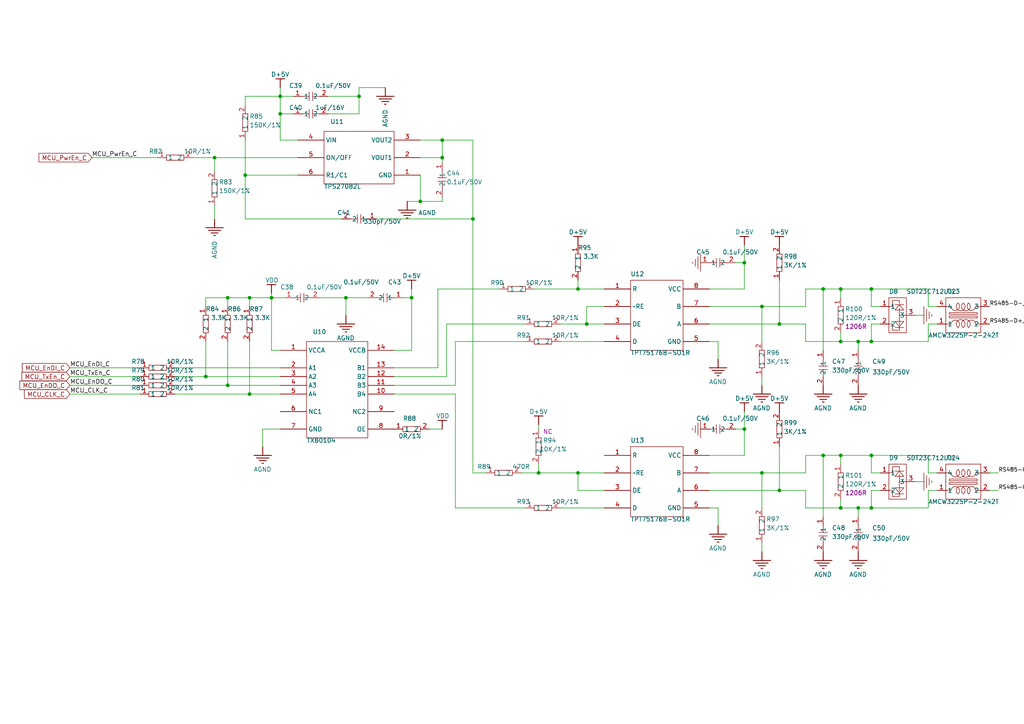
<source format=kicad_sch>
(kicad_sch (version 20231120) (generator "eeschema") (generator_version "8.0")
  (paper "A4")
  (junction (at 226.06 93.98))
  (junction (at 100.33 86.36))
  (junction (at 252.73 132.08))
  (junction (at 167.64 137.16))
  (junction (at 226.06 142.24))
  (junction (at 66.04 86.36))
  (junction (at 59.69 109.22))
  (junction (at 243.84 132.08))
  (junction (at 137.16 63.5))
  (junction (at 248.92 99.06))
  (junction (at 128.27 40.64))
  (junction (at 238.76 132.08))
  (junction (at 72.39 86.36))
  (junction (at 81.28 33.02))
  (junction (at 252.73 147.32))
  (junction (at 243.84 99.06))
  (junction (at 78.74 86.36))
  (junction (at 170.18 93.98))
  (junction (at 252.73 83.82))
  (junction (at 248.92 147.32))
  (junction (at 220.98 88.9))
  (junction (at 72.39 114.3))
  (junction (at 243.84 83.82))
  (junction (at 238.76 83.82))
  (junction (at 66.04 111.76))
  (junction (at 71.12 50.8))
  (junction (at 128.27 45.72))
  (junction (at 81.28 27.94))
  (junction (at 215.9 124.46))
  (junction (at 167.64 83.82))
  (junction (at 220.98 137.16))
  (junction (at 156.21 137.16))
  (junction (at 104.14 27.94))
  (junction (at 215.9 76.2))
  (junction (at 121.92 58.42))
  (junction (at 252.73 99.06))
  (junction (at 243.84 147.32))
  (junction (at 62.23 45.72))
  (junction (at 119.38 86.36))
  (wire (pts (xy 175.26 142.24) (xy 167.64 142.24)))
  (wire (pts (xy 26.67 45.72) (xy 45.72 45.72)))
  (wire (pts (xy 215.9 132.08) (xy 205.74 132.08)))
  (wire (pts (xy 71.12 50.8) (xy 71.12 40.64)))
  (wire (pts (xy 66.04 111.76) (xy 66.04 99.06)))
  (wire (pts (xy 100.33 91.44) (xy 100.33 86.36)))
  (wire (pts (xy 152.4 93.98) (xy 129.54 93.98)))
  (wire (pts (xy 220.98 137.16) (xy 233.68 137.16)))
  (wire (pts (xy 81.28 101.6) (xy 78.74 101.6)))
  (wire (pts (xy 220.98 88.9) (xy 205.74 88.9)))
  (wire (pts (xy 78.74 101.6) (xy 78.74 86.36)))
  (wire (pts (xy 128.27 124.46) (xy 124.46 124.46)))
  (wire (pts (xy 243.84 132.08) (xy 238.76 132.08)))
  (wire (pts (xy 82.55 86.36) (xy 78.74 86.36)))
  (wire (pts (xy 248.92 149.86) (xy 248.92 147.32)))
  (wire (pts (xy 156.21 123.19) (xy 156.21 124.46)))
  (wire (pts (xy 86.36 50.8) (xy 71.12 50.8)))
  (wire (pts (xy 162.56 99.06) (xy 175.26 99.06)))
  (wire (pts (xy 252.73 93.98) (xy 252.73 99.06)))
  (wire (pts (xy 238.76 83.82) (xy 238.76 101.6)))
  (wire (pts (xy 255.27 137.16) (xy 252.73 137.16)))
  (wire (pts (xy 233.68 88.9) (xy 233.68 83.82)))
  (wire (pts (xy 175.26 93.98) (xy 170.18 93.98)))
  (wire (pts (xy 208.28 104.14) (xy 208.28 99.06)))
  (wire (pts (xy 252.73 137.16) (xy 252.73 132.08)))
  (wire (pts (xy 213.36 124.46) (xy 215.9 124.46)))
  (wire (pts (xy 215.9 124.46) (xy 215.9 132.08)))
  (wire (pts (xy 128.27 40.64) (xy 128.27 45.72)))
  (wire (pts (xy 271.78 88.9) (xy 269.24 88.9)))
  (wire (pts (xy 248.92 101.6) (xy 248.92 99.06)))
  (wire (pts (xy 129.54 93.98) (xy 129.54 109.22)))
  (wire (pts (xy 121.92 58.42) (xy 128.27 58.42)))
  (wire (pts (xy 78.74 86.36) (xy 72.39 86.36)))
  (wire (pts (xy 114.3 101.6) (xy 119.38 101.6)))
  (wire (pts (xy 220.98 99.06) (xy 220.98 88.9)))
  (wire (pts (xy 243.84 96.52) (xy 243.84 99.06)))
  (wire (pts (xy 78.74 86.36) (xy 78.74 85.09)))
  (wire (pts (xy 62.23 45.72) (xy 55.88 45.72)))
  (wire (pts (xy 167.64 83.82) (xy 167.64 81.28)))
  (wire (pts (xy 104.14 25.4) (xy 104.14 27.94)))
  (wire (pts (xy 132.08 114.3) (xy 114.3 114.3)))
  (wire (pts (xy 205.74 93.98) (xy 226.06 93.98)))
  (wire (pts (xy 233.68 93.98) (xy 226.06 93.98)))
  (wire (pts (xy 71.12 27.94) (xy 71.12 30.48)))
  (wire (pts (xy 132.08 147.32) (xy 132.08 114.3)))
  (wire (pts (xy 255.27 93.98) (xy 252.73 93.98)))
  (wire (pts (xy 252.73 88.9) (xy 252.73 83.82)))
  (wire (pts (xy 215.9 83.82) (xy 205.74 83.82)))
  (wire (pts (xy 220.98 137.16) (xy 220.98 147.32)))
  (wire (pts (xy 269.24 99.06) (xy 269.24 93.98)))
  (wire (pts (xy 243.84 147.32) (xy 233.68 147.32)))
  (wire (pts (xy 132.08 111.76) (xy 114.3 111.76)))
  (wire (pts (xy 76.2 124.46) (xy 76.2 129.54)))
  (wire (pts (xy 167.64 137.16) (xy 175.26 137.16)))
  (wire (pts (xy 140.97 137.16) (xy 137.16 137.16)))
  (wire (pts (xy 72.39 88.9) (xy 72.39 86.36)))
  (wire (pts (xy 104.14 25.4) (xy 111.76 25.4)))
  (wire (pts (xy 287.02 142.24) (xy 289.56 142.24)))
  (wire (pts (xy 233.68 83.82) (xy 238.76 83.82)))
  (wire (pts (xy 267.97 139.7) (xy 265.43 139.7)))
  (wire (pts (xy 152.4 99.06) (xy 132.08 99.06)))
  (wire (pts (xy 81.28 109.22) (xy 59.69 109.22)))
  (wire (pts (xy 66.04 88.9) (xy 66.04 86.36)))
  (wire (pts (xy 59.69 109.22) (xy 50.8 109.22)))
  (wire (pts (xy 119.38 86.36) (xy 116.84 86.36)))
  (wire (pts (xy 132.08 99.06) (xy 132.08 111.76)))
  (wire (pts (xy 238.76 132.08) (xy 238.76 149.86)))
  (wire (pts (xy 269.24 83.82) (xy 252.73 83.82)))
  (wire (pts (xy 129.54 109.22) (xy 114.3 109.22)))
  (wire (pts (xy 243.84 99.06) (xy 248.92 99.06)))
  (wire (pts (xy 167.64 142.24) (xy 167.64 137.16)))
  (wire (pts (xy 162.56 147.32) (xy 175.26 147.32)))
  (wire (pts (xy 104.14 27.94) (xy 95.25 27.94)))
  (wire (pts (xy 233.68 132.08) (xy 238.76 132.08)))
  (wire (pts (xy 269.24 137.16) (xy 269.24 132.08)))
  (wire (pts (xy 86.36 40.64) (xy 81.28 40.64)))
  (wire (pts (xy 220.98 88.9) (xy 233.68 88.9)))
  (wire (pts (xy 243.84 83.82) (xy 238.76 83.82)))
  (wire (pts (xy 85.09 27.94) (xy 81.28 27.94)))
  (wire (pts (xy 66.04 86.36) (xy 59.69 86.36)))
  (wire (pts (xy 154.94 83.82) (xy 167.64 83.82)))
  (wire (pts (xy 100.33 86.36) (xy 92.71 86.36)))
  (wire (pts (xy 121.92 50.8) (xy 121.92 58.42)))
  (wire (pts (xy 66.04 111.76) (xy 50.8 111.76)))
  (wire (pts (xy 20.32 114.3) (xy 40.64 114.3)))
  (wire (pts (xy 81.28 111.76) (xy 66.04 111.76)))
  (wire (pts (xy 252.73 147.32) (xy 269.24 147.32)))
  (wire (pts (xy 72.39 114.3) (xy 72.39 99.06)))
  (wire (pts (xy 255.27 142.24) (xy 252.73 142.24)))
  (wire (pts (xy 287.02 137.16) (xy 289.56 137.16)))
  (wire (pts (xy 226.06 142.24) (xy 226.06 129.54)))
  (wire (pts (xy 213.36 76.2) (xy 215.9 76.2)))
  (wire (pts (xy 248.92 99.06) (xy 252.73 99.06)))
  (wire (pts (xy 128.27 45.72) (xy 121.92 45.72)))
  (wire (pts (xy 220.98 160.02) (xy 220.98 157.48)))
  (wire (pts (xy 233.68 99.06) (xy 233.68 93.98)))
  (wire (pts (xy 20.32 109.22) (xy 40.64 109.22)))
  (wire (pts (xy 233.68 137.16) (xy 233.68 132.08)))
  (wire (pts (xy 118.11 58.42) (xy 121.92 58.42)))
  (wire (pts (xy 81.28 27.94) (xy 81.28 25.4)))
  (wire (pts (xy 104.14 33.02) (xy 104.14 27.94)))
  (wire (pts (xy 85.09 33.02) (xy 81.28 33.02)))
  (wire (pts (xy 137.16 63.5) (xy 109.22 63.5)))
  (wire (pts (xy 252.73 83.82) (xy 243.84 83.82)))
  (wire (pts (xy 81.28 40.64) (xy 81.28 33.02)))
  (wire (pts (xy 81.28 124.46) (xy 76.2 124.46)))
  (wire (pts (xy 205.74 142.24) (xy 226.06 142.24)))
  (wire (pts (xy 269.24 88.9) (xy 269.24 83.82)))
  (wire (pts (xy 152.4 147.32) (xy 132.08 147.32)))
  (wire (pts (xy 215.9 124.46) (xy 215.9 119.38)))
  (wire (pts (xy 137.16 40.64) (xy 137.16 63.5)))
  (wire (pts (xy 156.21 134.62) (xy 156.21 137.16)))
  (wire (pts (xy 95.25 33.02) (xy 104.14 33.02)))
  (wire (pts (xy 156.21 137.16) (xy 151.13 137.16)))
  (wire (pts (xy 175.26 83.82) (xy 167.64 83.82)))
  (wire (pts (xy 220.98 111.76) (xy 220.98 109.22)))
  (wire (pts (xy 62.23 49.53) (xy 62.23 45.72)))
  (wire (pts (xy 72.39 114.3) (xy 50.8 114.3)))
  (wire (pts (xy 81.28 114.3) (xy 72.39 114.3)))
  (wire (pts (xy 71.12 63.5) (xy 71.12 50.8)))
  (wire (pts (xy 243.84 147.32) (xy 248.92 147.32)))
  (wire (pts (xy 208.28 152.4) (xy 208.28 147.32)))
  (wire (pts (xy 252.73 142.24) (xy 252.73 147.32)))
  (wire (pts (xy 119.38 101.6) (xy 119.38 86.36)))
  (wire (pts (xy 233.68 147.32) (xy 233.68 142.24)))
  (wire (pts (xy 243.84 144.78) (xy 243.84 147.32)))
  (wire (pts (xy 162.56 93.98) (xy 170.18 93.98)))
  (wire (pts (xy 233.68 142.24) (xy 226.06 142.24)))
  (wire (pts (xy 269.24 132.08) (xy 252.73 132.08)))
  (wire (pts (xy 59.69 109.22) (xy 59.69 99.06)))
  (wire (pts (xy 248.92 147.32) (xy 252.73 147.32)))
  (wire (pts (xy 50.8 106.68) (xy 81.28 106.68)))
  (wire (pts (xy 271.78 137.16) (xy 269.24 137.16)))
  (wire (pts (xy 269.24 93.98) (xy 271.78 93.98)))
  (wire (pts (xy 226.06 93.98) (xy 226.06 81.28)))
  (wire (pts (xy 72.39 86.36) (xy 66.04 86.36)))
  (wire (pts (xy 128.27 58.42) (xy 128.27 57.15)))
  (wire (pts (xy 106.68 86.36) (xy 100.33 86.36)))
  (wire (pts (xy 62.23 45.72) (xy 86.36 45.72)))
  (wire (pts (xy 156.21 137.16) (xy 167.64 137.16)))
  (wire (pts (xy 267.97 91.44) (xy 265.43 91.44)))
  (wire (pts (xy 252.73 99.06) (xy 269.24 99.06)))
  (wire (pts (xy 20.32 111.76) (xy 40.64 111.76)))
  (wire (pts (xy 144.78 83.82) (xy 127 83.82)))
  (wire (pts (xy 252.73 132.08) (xy 243.84 132.08)))
  (wire (pts (xy 215.9 76.2) (xy 215.9 71.12)))
  (wire (pts (xy 170.18 88.9) (xy 175.26 88.9)))
  (wire (pts (xy 243.84 132.08) (xy 243.84 134.62)))
  (wire (pts (xy 81.28 27.94) (xy 71.12 27.94)))
  (wire (pts (xy 255.27 88.9) (xy 252.73 88.9)))
  (wire (pts (xy 208.28 147.32) (xy 205.74 147.32)))
  (wire (pts (xy 99.06 63.5) (xy 71.12 63.5)))
  (wire (pts (xy 121.92 40.64) (xy 128.27 40.64)))
  (wire (pts (xy 243.84 99.06) (xy 233.68 99.06)))
  (wire (pts (xy 20.32 106.68) (xy 40.64 106.68)))
  (wire (pts (xy 128.27 45.72) (xy 128.27 46.99)))
  (wire (pts (xy 127 106.68) (xy 114.3 106.68)))
  (wire (pts (xy 170.18 93.98) (xy 170.18 88.9)))
  (wire (pts (xy 208.28 99.06) (xy 205.74 99.06)))
  (wire (pts (xy 243.84 83.82) (xy 243.84 86.36)))
  (wire (pts (xy 128.27 40.64) (xy 137.16 40.64)))
  (wire (pts (xy 127 83.82) (xy 127 106.68)))
  (wire (pts (xy 269.24 147.32) (xy 269.24 142.24)))
  (wire (pts (xy 269.24 142.24) (xy 271.78 142.24)))
  (wire (pts (xy 81.28 33.02) (xy 81.28 27.94)))
  (wire (pts (xy 137.16 137.16) (xy 137.16 63.5)))
  (wire (pts (xy 62.23 63.5) (xy 62.23 59.69)))
  (wire (pts (xy 59.69 86.36) (xy 59.69 88.9)))
  (wire (pts (xy 215.9 76.2) (xy 215.9 83.82)))
  (wire (pts (xy 205.74 137.16) (xy 220.98 137.16)))
  (wire (pts (xy 119.38 83.82) (xy 119.38 86.36)))
  (label "RS485-C-_1" (at 289.56 137.16 0) (effects (font (size 1.143 1.143))))
  (label "MCU_CLK_C" (at 20.32 114.3 0))
  (label "MCU_PwrEn_C" (at 26.67 45.72 0))
  (label "RS485-D-_1" (at 287.02 88.9 0) (effects (font (size 1.143 1.143))))
  (label "MCU_EnDO_C" (at 20.32 111.76 0))
  (label "RS485-C+_1" (at 289.56 142.24 0) (effects (font (size 1.143 1.143))))
  (label "MCU_TxEn_C" (at 20.32 109.22 0))
  (label "RS485-D+_1" (at 287.02 93.98 0) (effects (font (size 1.143 1.143))))
  (label "MCU_EnDI_C" (at 20.32 106.68 0))
  (global_label "MCU_PwrEn_C" (shape input) (at 26.67 45.72 180) (property "Intersheetrefs" "${INTERSHEET_REFS}" (effects (hide yes))))
  (global_label "MCU_TxEn_C" (shape input) (at 20.32 109.22 180) (property "Intersheetrefs" "${INTERSHEET_REFS}" (effects (hide yes))))
  (global_label "MCU_EnDO_C" (shape input) (at 20.32 111.76 180) (property "Intersheetrefs" "${INTERSHEET_REFS}" (effects (hide yes))))
  (global_label "MCU_CLK_C" (shape input) (at 20.32 114.3 180) (property "Intersheetrefs" "${INTERSHEET_REFS}" (effects (hide yes))))
  (global_label "MCU_EnDI_C" (shape input) (at 20.32 106.68 180) (property "Intersheetrefs" "${INTERSHEET_REFS}" (effects (hide yes))))
  (symbol (lib_id "ProPrj_bte-easyedapro:RES") (at 62.23 91.44 270) (unit 1)
    (property "Reference" "R84" (at 59.69 88.9 90) (effects (justify left top)))
    (property "Value" "3.3K" (at 61.214 91.44 90) (effects (justify left top)))
    (property "Footprint" "ProPrj_bte-easyedapro:" (effects (hide yes)))
    (property "Automotive" "AEC-Q200" (effects (hide yes)))
    (property "Datasheet Link" "\\\\10.192.7.10\\Dianqu-CIS\\DATASHEET-New\\电阻\\YAGEO_AC_规格书.pdf" (effects (hide yes)))
    (property "EBOM Description" "电阻-3.3K-±5%-1/10W-(-55~155℃)-车规-0603" (effects (hide yes)))
    (property "Height" "0.55" (effects (hide yes)))
    (property "ID" "397" (effects (hide yes)))
    (property "Implementation Type" "<none>" (effects (hide yes)))
    (property "New Part Number" "3.2.03.01.00406" (effects (hide yes)))
    (property "Origin Footprint" "0603R" (effects (hide yes)))
    (property "PCB Footprint" "0603R" (effects (hide yes)))
    (property "Part State" "已认定" (effects (hide yes)))
    (property "Part Type" "普通电阻" (effects (hide yes)))
    (property "Power Pins Visible" "False" (effects (hide yes)))
    (property "Primitive" "DEFAULT" (effects (hide yes)))
    (property "Source Package" "RES" (effects (hide yes)))
    (property "priority" "H" (effects (hide yes)))
    (property "purpose" "通用" (effects (hide yes)))
    (property "制造商名称" "MC000003_国巨（YAGEO）" (effects (hide yes)))
  )
  (symbol (lib_id "ProPrj_bte-easyedapro:RES") (at 170.18 73.66 270) (unit 1)
    (property "Reference" "R95" (at 167.64 71.12 90) (effects (justify left top)))
    (property "Value" "3.3K" (at 169.164 73.66 90) (effects (justify left top)))
    (property "Footprint" "ProPrj_bte-easyedapro:" (effects (hide yes)))
    (property "Automotive" "AEC-Q200" (effects (hide yes)))
    (property "Datasheet Link" "\\\\10.192.7.10\\Dianqu-CIS\\DATASHEET-New\\电阻\\YAGEO_AC_规格书.pdf" (effects (hide yes)))
    (property "EBOM Description" "电阻-3.3K-±5%-1/10W-(-55~155℃)-车规-0603" (effects (hide yes)))
    (property "Height" "0.55" (effects (hide yes)))
    (property "ID" "397" (effects (hide yes)))
    (property "Implementation Type" "<none>" (effects (hide yes)))
    (property "New Part Number" "3.2.03.01.00406" (effects (hide yes)))
    (property "Origin Footprint" "0603R" (effects (hide yes)))
    (property "PCB Footprint" "0603R" (effects (hide yes)))
    (property "Part State" "已认定" (effects (hide yes)))
    (property "Part Type" "普通电阻" (effects (hide yes)))
    (property "Power Pins Visible" "False" (effects (hide yes)))
    (property "Primitive" "DEFAULT" (effects (hide yes)))
    (property "Source Package" "RES" (effects (hide yes)))
    (property "priority" "H" (effects (hide yes)))
    (property "purpose" "通用" (effects (hide yes)))
    (property "制造商名称" "MC000003_国巨（YAGEO）" (effects (hide yes)))
  )
  (symbol (lib_id "ProPrj_bte-easyedapro:RES") (at 154.94 96.52 0) (unit 1)
    (property "Reference" "R92" (at 149.86 96.52 0) (effects (justify left top)))
    (property "Value" "10R/1%" (at 160.02 96.52 0) (effects (justify left top)))
    (property "Footprint" "ProPrj_bte-easyedapro:" (effects (hide yes)))
    (property "Automotive" "非车规" (effects (hide yes)))
    (property "Datasheet Link" "\\\\10.192.7.10\\Dianqu-CIS\\DATASHEET-New\\电阻\\YAGEO_RC_规格书.pdf" (effects (hide yes)))
    (property "EBOM Description" "电阻-10R-±1%-1/10W-(-55~155℃)-0603" (effects (hide yes)))
    (property "Height" "0.55" (effects (hide yes)))
    (property "ID" "269" (effects (hide yes)))
    (property "Implementation Type" "<none>" (effects (hide yes)))
    (property "New Part Number" "3.2.03.01.00274" (effects (hide yes)))
    (property "Origin Footprint" "0603R" (effects (hide yes)))
    (property "PCB Footprint" "0603R" (effects (hide yes)))
    (property "Part State" "已认定" (effects (hide yes)))
    (property "Part Type" "普通电阻" (effects (hide yes)))
    (property "Power Pins Visible" "False" (effects (hide yes)))
    (property "Primitive" "DEFAULT" (effects (hide yes)))
    (property "Source Package" "RES" (effects (hide yes)))
    (property "priority" "H" (effects (hide yes)))
    (property "purpose" "通用" (effects (hide yes)))
    (property "制造商名称" "MC000003_国巨（YAGEO）" (effects (hide yes)))
  )
  (symbol (lib_id "ProPrj_bte-easyedapro:RES") (at 68.58 91.44 270) (unit 1)
    (property "Reference" "R86" (at 66.04 88.9 90) (effects (justify left top)))
    (property "Value" "3.3K" (at 67.564 91.44 90) (effects (justify left top)))
    (property "Footprint" "ProPrj_bte-easyedapro:" (effects (hide yes)))
    (property "Automotive" "AEC-Q200" (effects (hide yes)))
    (property "Datasheet Link" "\\\\10.192.7.10\\Dianqu-CIS\\DATASHEET-New\\电阻\\YAGEO_AC_规格书.pdf" (effects (hide yes)))
    (property "EBOM Description" "电阻-3.3K-±5%-1/10W-(-55~155℃)-车规-0603" (effects (hide yes)))
    (property "Height" "0.55" (effects (hide yes)))
    (property "ID" "397" (effects (hide yes)))
    (property "Implementation Type" "<none>" (effects (hide yes)))
    (property "New Part Number" "3.2.03.01.00406" (effects (hide yes)))
    (property "Origin Footprint" "0603R" (effects (hide yes)))
    (property "PCB Footprint" "0603R" (effects (hide yes)))
    (property "Part State" "已认定" (effects (hide yes)))
    (property "Part Type" "普通电阻" (effects (hide yes)))
    (property "Power Pins Visible" "False" (effects (hide yes)))
    (property "Primitive" "DEFAULT" (effects (hide yes)))
    (property "Source Package" "RES" (effects (hide yes)))
    (property "priority" "H" (effects (hide yes)))
    (property "purpose" "通用" (effects (hide yes)))
    (property "制造商名称" "MC000003_国巨（YAGEO）" (effects (hide yes)))
  )
  (symbol (lib_id "ProPrj_bte-easyedapro:TPT75176B-SO1R") (at 182.88 129.54 0) (unit 1)
    (property "Reference" "U13" (at 182.88 127 0) (effects (justify left top)))
    (property "Value" "TPT75176B-SO1R" (at 182.88 149.86 0) (effects (justify left top)))
    (property "Footprint" "ProPrj_bte-easyedapro:" (effects (hide yes)))
    (property "Implementation Type" "<none>" (effects (hide yes)))
    (property "New Part Number" "3.2.18.09.00037" (effects (hide yes)))
    (property "Origin Footprint" "sop8-4_0-1_27" (effects (hide yes)))
    (property "PCB Footprint" "sop8-4_0-1_27" (effects (hide yes)))
    (property "Power Pins Visible" "False" (effects (hide yes)))
    (property "Primitive" "DEFAULT" (effects (hide yes)))
    (property "Source Package" "TPT75176B-SO1R" (effects (hide yes)))
  )
  (symbol (lib_id "ProPrj_bte-easyedapro:GND") (at 267.97 139.7 90) (mirror x) (unit 1)
    (property "Reference" "#PWR0235" (effects (hide yes)))
    (property "Value" "GND" (effects (hide yes)))
    (property "Footprint" "ProPrj_bte-easyedapro:" (effects (hide yes)))
  )
  (symbol (lib_id "sheet1-altium-import:AGND") (at 208.28 104.14 0) (unit 1)
    (property "Reference" "#PWR0200" (effects (hide yes)))
    (property "Value" "AGND" (at 210.82 110.744 0) (effects (justify right)))
  )
  (symbol (lib_id "ProPrj_bte-easyedapro:CAP") (at 92.71 30.48 270) (unit 1)
    (property "Reference" "C40" (at 83.82 30.48 90) (effects (justify left top)))
    (property "Value" "1uF/16V" (at 91.44 30.48 90) (effects (justify left top)))
    (property "Footprint" "ProPrj_bte-easyedapro:" (effects (hide yes)))
    (property "Automotive" "AEC-Q200" (effects (hide yes)))
    (property "Datasheet Link" "\\\\10.30.16.21\\D-UserFiles\\Cadence-share\\CIS_LP\\DATASHEET-New\\电容\\TDK_MLCC_规格书.pdf" (effects (hide yes)))
    (property "EBOM Description" "瓷片电容-1uF-±10%-16V-X7R-(-55~125℃)-车规-0603" (effects (hide yes)))
    (property "Height" "0.9" (effects (hide yes)))
    (property "Implementation Type" "<none>" (effects (hide yes)))
    (property "New Part Number" "3.2.04.05.00164" (effects (hide yes)))
    (property "Origin Footprint" "0603C" (effects (hide yes)))
    (property "PCB Footprint" "0603C" (effects (hide yes)))
    (property "Part State" "已认定" (effects (hide yes)))
    (property "Part Type" "瓷片电容" (effects (hide yes)))
    (property "Power Pins Visible" "False" (effects (hide yes)))
    (property "Primitive" "DEFAULT" (effects (hide yes)))
    (property "Source Package" "CAP" (effects (hide yes)))
    (property "priority" "L" (effects (hide yes)))
    (property "purpose" "通用" (effects (hide yes)))
    (property "制造商名称" "MC000032_东电化（TDK）" (effects (hide yes)))
  )
  (symbol (lib_id "ProPrj_bte-easyedapro:TXB0104_0") (at 88.9 99.06 0) (unit 1)
    (property "Reference" "U10" (at 90.678 95.504 0) (effects (justify left top)))
    (property "Value" "TXB0104" (at 88.9 127 0) (effects (justify left top)))
    (property "Footprint" "ProPrj_bte-easyedapro:" (effects (hide yes)))
    (property "Implementation Type" "<none>" (effects (hide yes)))
    (property "New Part Number" "3.2.18.04.00021" (effects (hide yes)))
    (property "Origin Footprint" "sop14-4_5-0_65" (effects (hide yes)))
    (property "PCB Footprint" "sop14-4_5-0_65" (effects (hide yes)))
    (property "Power Pins Visible" "False" (effects (hide yes)))
    (property "Primitive" "DEFAULT" (effects (hide yes)))
    (property "Source Package" "TXB0104_0" (effects (hide yes)))
  )
  (symbol (lib_id "sheet1-altium-import:AGND") (at 100.33 91.44 0) (unit 1)
    (property "Reference" "#PWR0191" (effects (hide yes)))
    (property "Value" "AGND" (at 102.87 98.044 0) (effects (justify right)))
  )
  (symbol (lib_id "ProPrj_bte-easyedapro:CAP") (at 241.3 109.22 180) (unit 1)
    (property "Reference" "C47" (at 241.3 104.14 0) (effects (justify right bottom)))
    (property "Value" "330pF/50V" (at 241.3 106.68 0) (effects (justify right bottom)))
    (property "Footprint" "ProPrj_bte-easyedapro:" (effects (hide yes)))
    (property "Automotive" "AEC-Q200" (effects (hide yes)))
    (property "Datasheet Link" "\\\\10.192.7.10\\Dianqu-CIS\\DATASHEET-New\\电容\\KEMET_MLCC_规格书.PDF" (effects (hide yes)))
    (property "EBOM Description" "瓷片电容-330pF-±10%-50V-X7R-(-55~125℃)-车规-0603" (effects (hide yes)))
    (property "Height" "0.87" (effects (hide yes)))
    (property "ID" "146" (effects (hide yes)))
    (property "Implementation Type" "<none>" (effects (hide yes)))
    (property "New Part Number" "3.2.04.05.00143" (effects (hide yes)))
    (property "Origin Footprint" "0603C" (effects (hide yes)))
    (property "PCB Footprint" "0603C" (effects (hide yes)))
    (property "Part State" "已认定" (effects (hide yes)))
    (property "Part Type" "瓷片电容" (effects (hide yes)))
    (property "Power Pins Visible" "False" (effects (hide yes)))
    (property "Primitive" "DEFAULT" (effects (hide yes)))
    (property "Source Package" "CAP" (effects (hide yes)))
    (property "priority" "L" (effects (hide yes)))
    (property "purpose" "通用" (effects (hide yes)))
    (property "制造商名称" "MC000042_基美（KEMET）" (effects (hide yes)))
  )
  (symbol (lib_id "sheet1-altium-import:D+5V") (at 156.21 123.19 180) (unit 1)
    (property "Reference" "#PWR0196" (effects (hide yes)))
    (property "Value" "D+5V" (at 156.21 119.38 0))
  )
  (symbol (lib_id "ProPrj_bte-easyedapro:GND") (at 203.2 124.46 270) (mirror x) (unit 1)
    (property "Reference" "#PWR0199" (effects (hide yes)))
    (property "Value" "GND" (effects (hide yes)))
    (property "Footprint" "ProPrj_bte-easyedapro:" (effects (hide yes)))
  )
  (symbol (lib_id "sheet1-altium-import:D+5V") (at 81.28 25.4 180) (unit 1)
    (property "Reference" "#PWR0190" (effects (hide yes)))
    (property "Value" "D+5V" (at 81.28 21.59 0))
  )
  (symbol (lib_id "ProPrj_bte-easyedapro:RES") (at 68.58 38.1 90) (unit 1)
    (property "Reference" "R85" (at 72.39 33.02 90) (effects (justify right bottom)))
    (property "Value" "150K/1%" (at 72.39 35.56 90) (effects (justify right bottom)))
    (property "Footprint" "ProPrj_bte-easyedapro:" (effects (hide yes)))
    (property "Automotive" "AEC-Q200" (effects (hide yes)))
    (property "Datasheet Link" "\\\\10.192.7.10\\Dianqu-CIS\\DATASHEET-New\\电阻\\YAGEO_AC_规格书.pdf" (effects (hide yes)))
    (property "EBOM Description" "电阻-150k-±1%-1/10W-(-55~155℃)-车规-0603" (effects (hide yes)))
    (property "Height" "0.55" (effects (hide yes)))
    (property "ID" "349" (effects (hide yes)))
    (property "Implementation Type" "<none>" (effects (hide yes)))
    (property "New Part Number" "3.2.03.01.00356" (effects (hide yes)))
    (property "Origin Footprint" "0603R" (effects (hide yes)))
    (property "PCB Footprint" "0603R" (effects (hide yes)))
    (property "Part State" "已认定" (effects (hide yes)))
    (property "Part Type" "普通电阻" (effects (hide yes)))
    (property "Power Pins Visible" "False" (effects (hide yes)))
    (property "Primitive" "DEFAULT" (effects (hide yes)))
    (property "Source Package" "RES" (effects (hide yes)))
    (property "priority" "H" (effects (hide yes)))
    (property "purpose" "通用" (effects (hide yes)))
    (property "制造商名称" "MC000003_国巨（YAGEO）" (effects (hide yes)))
  )
  (symbol (lib_id "sheet1-altium-import:AGND") (at 118.11 58.42 0) (unit 1)
    (property "Reference" "#PWR0193" (effects (hide yes)))
    (property "Value" "AGND" (at 126.492 61.722 0) (effects (justify right)))
  )
  (symbol (lib_id "sheet1-altium-import:D+5V") (at 215.9 119.38 180) (unit 1)
    (property "Reference" "#PWR0203" (effects (hide yes)))
    (property "Value" "D+5V" (at 215.9 115.57 0))
  )
  (symbol (lib_id "ProPrj_bte-easyedapro:CAP") (at 92.71 25.4 270) (unit 1)
    (property "Reference" "C39" (at 83.82 24.13 90) (effects (justify left top)))
    (property "Value" "0.1uF/50V" (at 91.44 24.13 90) (effects (justify left top)))
    (property "Footprint" "ProPrj_bte-easyedapro:" (effects (hide yes)))
    (property "Automotive" "AEC-Q200" (effects (hide yes)))
    (property "Datasheet Link" "\\\\10.192.7.10\\Dianqu-CIS\\DATASHEET-New\\电容\\KEMET_MLCC_规格书.PDF" (effects (hide yes)))
    (property "EBOM Description" "瓷片电容-0.1uF-±10%-50V-X7R-(-55~125℃)-车规-0603" (effects (hide yes)))
    (property "Height" "0.87" (effects (hide yes)))
    (property "ID" "135" (effects (hide yes)))
    (property "Implementation Type" "<none>" (effects (hide yes)))
    (property "New Part Number" "3.2.04.05.00132" (effects (hide yes)))
    (property "Origin Footprint" "0603C" (effects (hide yes)))
    (property "PCB Footprint" "0603C" (effects (hide yes)))
    (property "Part State" "已认定" (effects (hide yes)))
    (property "Part Type" "瓷片电容" (effects (hide yes)))
    (property "Power Pins Visible" "False" (effects (hide yes)))
    (property "Primitive" "DEFAULT" (effects (hide yes)))
    (property "Source Package" "CAP" (effects (hide yes)))
    (property "priority" "H" (effects (hide yes)))
    (property "purpose" "通用" (effects (hide yes)))
    (property "制造商名称" "MC000042_基美（KEMET）" (effects (hide yes)))
  )
  (symbol (lib_id "ProPrj_bte-easyedapro:RES") (at 158.75 127 270) (unit 1)
    (property "Reference" "R94" (at 157.48 127 90) (effects (justify left top)))
    (property "Value" "10K/1%" (at 156.464 129.54 90) (effects (justify left top)))
    (property "Footprint" "ProPrj_bte-easyedapro:" (effects (hide yes)))
    (property "Assembly" "NC" (at 157.48 124.46 90) (effects (justify left top)))
    (property "Automotive" "AEC-Q200" (effects (hide yes)))
    (property "Datasheet Link" "\\\\10.30.16.21\\D-UserFiles\\Cadence-share\\CIS_LP\\DATASHEET-New\\电阻\\YAGEO_AC_规格书.pdf" (effects (hide yes)))
    (property "EBOM Description" "电阻-10K-±1%-1/10W-(-55~155℃)-车规-0603" (effects (hide yes)))
    (property "Height" "0.55" (effects (hide yes)))
    (property "Implementation Type" "<none>" (effects (hide yes)))
    (property "New Part Number" "3.2.03.01.00334" (effects (hide yes)))
    (property "Origin Footprint" "0603R" (effects (hide yes)))
    (property "PCB Footprint" "0603R" (effects (hide yes)))
    (property "Part State" "已认定" (effects (hide yes)))
    (property "Part Type" "普通电阻" (effects (hide yes)))
    (property "Power Pins Visible" "False" (effects (hide yes)))
    (property "Primitive" "DEFAULT" (effects (hide yes)))
    (property "Source Package" "RES" (effects (hide yes)))
    (property "priority" "H" (effects (hide yes)))
    (property "purpose" "通用" (effects (hide yes)))
    (property "制造商名称" "MC000003_国巨（YAGEO）" (effects (hide yes)))
  )
  (symbol (lib_id "ProPrj_bte-easyedapro:CAP") (at 101.6 66.04 90) (unit 1)
    (property "Reference" "C41" (at 97.79 60.96 90) (effects (justify right bottom)))
    (property "Value" "330pF/50V" (at 105.41 63.5 90) (effects (justify right bottom)))
    (property "Footprint" "ProPrj_bte-easyedapro:" (effects (hide yes)))
    (property "Automotive" "AEC-Q200" (effects (hide yes)))
    (property "Datasheet Link" "\\\\10.192.7.10\\Dianqu-CIS\\DATASHEET-New\\电容\\KEMET_MLCC_规格书.PDF" (effects (hide yes)))
    (property "EBOM Description" "瓷片电容-330pF-±10%-50V-X7R-(-55~125℃)-车规-0603" (effects (hide yes)))
    (property "Height" "0.87" (effects (hide yes)))
    (property "ID" "146" (effects (hide yes)))
    (property "Implementation Type" "<none>" (effects (hide yes)))
    (property "New Part Number" "3.2.04.05.00143" (effects (hide yes)))
    (property "Origin Footprint" "0603C" (effects (hide yes)))
    (property "PCB Footprint" "0603C" (effects (hide yes)))
    (property "Part State" "已认定" (effects (hide yes)))
    (property "Part Type" "瓷片电容" (effects (hide yes)))
    (property "Power Pins Visible" "False" (effects (hide yes)))
    (property "Primitive" "DEFAULT" (effects (hide yes)))
    (property "Source Package" "CAP" (effects (hide yes)))
    (property "priority" "L" (effects (hide yes)))
    (property "purpose" "通用" (effects (hide yes)))
    (property "制造商名称" "MC000042_基美（KEMET）" (effects (hide yes)))
  )
  (symbol (lib_id "ProPrj_bte-easyedapro:RES") (at 223.52 127 90) (unit 1)
    (property "Reference" "R99" (at 227.33 121.92 90) (effects (justify right bottom)))
    (property "Value" "3K/1%" (at 227.33 124.46 90) (effects (justify right bottom)))
    (property "Footprint" "ProPrj_bte-easyedapro:" (effects (hide yes)))
    (property "Automotive" "AEC-Q200" (effects (hide yes)))
    (property "Datasheet Link" "\\\\10.192.7.10\\Dianqu-CIS\\DATASHEET-New\\电阻\\YAGEO_AC_规格书.pdf" (effects (hide yes)))
    (property "EBOM Description" "电阻-3K-±1%-1/10W-(-55~155℃)-车规-0603" (effects (hide yes)))
    (property "Height" "0.55" (effects (hide yes)))
    (property "ID" "465" (effects (hide yes)))
    (property "Implementation Type" "<none>" (effects (hide yes)))
    (property "New Part Number" "3.2.03.01.00477" (effects (hide yes)))
    (property "Origin Footprint" "0603R" (effects (hide yes)))
    (property "PCB Footprint" "0603R" (effects (hide yes)))
    (property "Part State" "未认定" (effects (hide yes)))
    (property "Part Type" "普通电阻" (effects (hide yes)))
    (property "Power Pins Visible" "False" (effects (hide yes)))
    (property "Primitive" "DEFAULT" (effects (hide yes)))
    (property "Source Package" "RES" (effects (hide yes)))
    (property "priority" "H" (effects (hide yes)))
    (property "purpose" "通用" (effects (hide yes)))
    (property "制造商名称" "MC000003_国巨（YAGEO）" (effects (hide yes)))
  )
  (symbol (lib_id "sheet1-altium-import:D+5V") (at 226.06 71.12 180) (unit 1)
    (property "Reference" "#PWR0206" (effects (hide yes)))
    (property "Value" "D+5V" (at 226.06 67.31 0))
  )
  (symbol (lib_id "sheet1-altium-import:D+5V") (at 226.06 119.38 180) (unit 1)
    (property "Reference" "#PWR0207" (effects (hide yes)))
    (property "Value" "D+5V" (at 226.06 115.57 0))
  )
  (symbol (lib_id "sheet1-altium-import:AGND") (at 248.92 160.02 0) (unit 1)
    (property "Reference" "#PWR0233" (effects (hide yes)))
    (property "Value" "AGND" (at 251.46 166.624 0) (effects (justify right)))
  )
  (symbol (lib_id "ProPrj_bte-easyedapro:RES") (at 218.44 106.68 90) (unit 1)
    (property "Reference" "R96" (at 222.25 101.6 90) (effects (justify right bottom)))
    (property "Value" "3K/1%" (at 222.25 104.14 90) (effects (justify right bottom)))
    (property "Footprint" "ProPrj_bte-easyedapro:" (effects (hide yes)))
    (property "Automotive" "AEC-Q200" (effects (hide yes)))
    (property "Datasheet Link" "\\\\10.192.7.10\\Dianqu-CIS\\DATASHEET-New\\电阻\\YAGEO_AC_规格书.pdf" (effects (hide yes)))
    (property "EBOM Description" "电阻-3K-±1%-1/10W-(-55~155℃)-车规-0603" (effects (hide yes)))
    (property "Height" "0.55" (effects (hide yes)))
    (property "ID" "465" (effects (hide yes)))
    (property "Implementation Type" "<none>" (effects (hide yes)))
    (property "New Part Number" "3.2.03.01.00477" (effects (hide yes)))
    (property "Origin Footprint" "0603R" (effects (hide yes)))
    (property "PCB Footprint" "0603R" (effects (hide yes)))
    (property "Part State" "未认定" (effects (hide yes)))
    (property "Part Type" "普通电阻" (effects (hide yes)))
    (property "Power Pins Visible" "False" (effects (hide yes)))
    (property "Primitive" "DEFAULT" (effects (hide yes)))
    (property "Source Package" "RES" (effects (hide yes)))
    (property "priority" "H" (effects (hide yes)))
    (property "purpose" "通用" (effects (hide yes)))
    (property "制造商名称" "MC000003_国巨（YAGEO）" (effects (hide yes)))
  )
  (symbol (lib_id "ProPrj_bte-easyedapro:CAP") (at 109.22 83.82 90) (mirror x) (unit 1)
    (property "Reference" "C43" (at 112.522 82.55 90) (effects (justify right bottom)))
    (property "Value" "0.1uF/50V" (at 99.568 82.55 90) (effects (justify right bottom)))
    (property "Footprint" "ProPrj_bte-easyedapro:" (effects (hide yes)))
    (property "Automotive" "AEC-Q200" (effects (hide yes)))
    (property "Datasheet Link" "\\\\10.192.7.10\\Dianqu-CIS\\DATASHEET-New\\电容\\KEMET_MLCC_规格书.PDF" (effects (hide yes)))
    (property "EBOM Description" "瓷片电容-0.1uF-±10%-50V-X7R-(-55~125℃)-车规-0603" (effects (hide yes)))
    (property "Height" "0.87" (effects (hide yes)))
    (property "ID" "135" (effects (hide yes)))
    (property "Implementation Type" "<none>" (effects (hide yes)))
    (property "New Part Number" "3.2.04.05.00132" (effects (hide yes)))
    (property "Origin Footprint" "0603C" (effects (hide yes)))
    (property "PCB Footprint" "0603C" (effects (hide yes)))
    (property "Part State" "已认定" (effects (hide yes)))
    (property "Part Type" "瓷片电容" (effects (hide yes)))
    (property "Power Pins Visible" "False" (effects (hide yes)))
    (property "Primitive" "DEFAULT" (effects (hide yes)))
    (property "Source Package" "CAP" (effects (hide yes)))
    (property "priority" "H" (effects (hide yes)))
    (property "purpose" "通用" (effects (hide yes)))
    (property "制造商名称" "MC000042_基美（KEMET）" (effects (hide yes)))
  )
  (symbol (lib_id "ProPrj_bte-easyedapro:RES") (at 59.69 57.15 90) (unit 1)
    (property "Reference" "R83" (at 63.5 52.07 90) (effects (justify right bottom)))
    (property "Value" "150K/1%" (at 63.5 54.61 90) (effects (justify right bottom)))
    (property "Footprint" "ProPrj_bte-easyedapro:" (effects (hide yes)))
    (property "Automotive" "AEC-Q200" (effects (hide yes)))
    (property "Datasheet Link" "\\\\10.192.7.10\\Dianqu-CIS\\DATASHEET-New\\电阻\\YAGEO_AC_规格书.pdf" (effects (hide yes)))
    (property "EBOM Description" "电阻-150k-±1%-1/10W-(-55~155℃)-车规-0603" (effects (hide yes)))
    (property "Height" "0.55" (effects (hide yes)))
    (property "ID" "349" (effects (hide yes)))
    (property "Implementation Type" "<none>" (effects (hide yes)))
    (property "New Part Number" "3.2.03.01.00356" (effects (hide yes)))
    (property "Origin Footprint" "0603R" (effects (hide yes)))
    (property "PCB Footprint" "0603R" (effects (hide yes)))
    (property "Part State" "已认定" (effects (hide yes)))
    (property "Part Type" "普通电阻" (effects (hide yes)))
    (property "Power Pins Visible" "False" (effects (hide yes)))
    (property "Primitive" "DEFAULT" (effects (hide yes)))
    (property "Source Package" "RES" (effects (hide yes)))
    (property "priority" "H" (effects (hide yes)))
    (property "purpose" "通用" (effects (hide yes)))
    (property "制造商名称" "MC000003_国巨（YAGEO）" (effects (hide yes)))
  )
  (symbol (lib_id "sheet1-altium-import:AGND") (at 76.2 129.54 0) (unit 1)
    (property "Reference" "#PWR0188" (effects (hide yes)))
    (property "Value" "AGND" (at 78.74 136.144 0) (effects (justify right)))
  )
  (symbol (lib_id "sheet1-altium-import:D+5V") (at 167.64 71.12 180) (unit 1)
    (property "Reference" "#PWR0197" (effects (hide yes)))
    (property "Value" "D+5V" (at 167.64 67.31 0))
  )
  (symbol (lib_id "ProPrj_bte-easyedapro:CAP") (at 210.82 121.92 270) (unit 1)
    (property "Reference" "C46" (at 201.93 120.65 90) (effects (justify left top)))
    (property "Value" "0.1uF/50V" (at 209.55 120.65 90) (effects (justify left top)))
    (property "Footprint" "ProPrj_bte-easyedapro:" (effects (hide yes)))
    (property "Automotive" "AEC-Q200" (effects (hide yes)))
    (property "Datasheet Link" "\\\\10.192.7.10\\Dianqu-CIS\\DATASHEET-New\\电容\\KEMET_MLCC_规格书.PDF" (effects (hide yes)))
    (property "EBOM Description" "瓷片电容-0.1uF-±10%-50V-X7R-(-55~125℃)-车规-0603" (effects (hide yes)))
    (property "Height" "0.87" (effects (hide yes)))
    (property "ID" "135" (effects (hide yes)))
    (property "Implementation Type" "<none>" (effects (hide yes)))
    (property "New Part Number" "3.2.04.05.00132" (effects (hide yes)))
    (property "Origin Footprint" "0603C" (effects (hide yes)))
    (property "PCB Footprint" "0603C" (effects (hide yes)))
    (property "Part State" "已认定" (effects (hide yes)))
    (property "Part Type" "瓷片电容" (effects (hide yes)))
    (property "Power Pins Visible" "False" (effects (hide yes)))
    (property "Primitive" "DEFAULT" (effects (hide yes)))
    (property "Source Package" "CAP" (effects (hide yes)))
    (property "priority" "H" (effects (hide yes)))
    (property "purpose" "通用" (effects (hide yes)))
    (property "制造商名称" "MC000042_基美（KEMET）" (effects (hide yes)))
  )
  (symbol (lib_id "ProPrj_bte-easyedapro:RES") (at 74.93 91.44 270) (unit 1)
    (property "Reference" "R87" (at 72.39 88.9 90) (effects (justify left top)))
    (property "Value" "3.3K" (at 73.914 91.44 90) (effects (justify left top)))
    (property "Footprint" "ProPrj_bte-easyedapro:" (effects (hide yes)))
    (property "Automotive" "AEC-Q200" (effects (hide yes)))
    (property "Datasheet Link" "\\\\10.192.7.10\\Dianqu-CIS\\DATASHEET-New\\电阻\\YAGEO_AC_规格书.pdf" (effects (hide yes)))
    (property "EBOM Description" "电阻-3.3K-±5%-1/10W-(-55~155℃)-车规-0603" (effects (hide yes)))
    (property "Height" "0.55" (effects (hide yes)))
    (property "ID" "397" (effects (hide yes)))
    (property "Implementation Type" "<none>" (effects (hide yes)))
    (property "New Part Number" "3.2.03.01.00406" (effects (hide yes)))
    (property "Origin Footprint" "0603R" (effects (hide yes)))
    (property "PCB Footprint" "0603R" (effects (hide yes)))
    (property "Part State" "已认定" (effects (hide yes)))
    (property "Part Type" "普通电阻" (effects (hide yes)))
    (property "Power Pins Visible" "False" (effects (hide yes)))
    (property "Primitive" "DEFAULT" (effects (hide yes)))
    (property "Source Package" "RES" (effects (hide yes)))
    (property "priority" "H" (effects (hide yes)))
    (property "purpose" "通用" (effects (hide yes)))
    (property "制造商名称" "MC000003_国巨（YAGEO）" (effects (hide yes)))
  )
  (symbol (lib_id "ProPrj_bte-easyedapro:RES") (at 147.32 81.28 0) (unit 1)
    (property "Reference" "R90" (at 142.24 81.28 0) (effects (justify left top)))
    (property "Value" "10R/1%" (at 152.4 81.28 0) (effects (justify left top)))
    (property "Footprint" "ProPrj_bte-easyedapro:" (effects (hide yes)))
    (property "Automotive" "非车规" (effects (hide yes)))
    (property "Datasheet Link" "\\\\10.192.7.10\\Dianqu-CIS\\DATASHEET-New\\电阻\\YAGEO_RC_规格书.pdf" (effects (hide yes)))
    (property "EBOM Description" "电阻-10R-±1%-1/10W-(-55~155℃)-0603" (effects (hide yes)))
    (property "Height" "0.55" (effects (hide yes)))
    (property "ID" "269" (effects (hide yes)))
    (property "Implementation Type" "<none>" (effects (hide yes)))
    (property "New Part Number" "3.2.03.01.00274" (effects (hide yes)))
    (property "Origin Footprint" "0603R" (effects (hide yes)))
    (property "PCB Footprint" "0603R" (effects (hide yes)))
    (property "Part State" "已认定" (effects (hide yes)))
    (property "Part Type" "普通电阻" (effects (hide yes)))
    (property "Power Pins Visible" "False" (effects (hide yes)))
    (property "Primitive" "DEFAULT" (effects (hide yes)))
    (property "Source Package" "RES" (effects (hide yes)))
    (property "priority" "H" (effects (hide yes)))
    (property "purpose" "通用" (effects (hide yes)))
    (property "制造商名称" "MC000003_国巨（YAGEO）" (effects (hide yes)))
  )
  (symbol (lib_id "ProPrj_bte-easyedapro:TPT75176B-SO1R") (at 182.88 81.28 0) (unit 1)
    (property "Reference" "U12" (at 182.88 78.74 0) (effects (justify left top)))
    (property "Value" "TPT75176B-SO1R" (at 182.88 101.6 0) (effects (justify left top)))
    (property "Footprint" "ProPrj_bte-easyedapro:" (effects (hide yes)))
    (property "Implementation Type" "<none>" (effects (hide yes)))
    (property "New Part Number" "3.2.18.09.00037" (effects (hide yes)))
    (property "Origin Footprint" "sop8-4_0-1_27" (effects (hide yes)))
    (property "PCB Footprint" "sop8-4_0-1_27" (effects (hide yes)))
    (property "Power Pins Visible" "False" (effects (hide yes)))
    (property "Primitive" "DEFAULT" (effects (hide yes)))
    (property "Source Package" "TPT75176B-SO1R" (effects (hide yes)))
  )
  (symbol (lib_id "ProPrj_bte-easyedapro:CAP") (at 130.81 54.61 180) (unit 1)
    (property "Reference" "C44" (at 129.54 49.53 0) (effects (justify right bottom)))
    (property "Value" "0.1uF/50V" (at 129.54 52.07 0) (effects (justify right bottom)))
    (property "Footprint" "ProPrj_bte-easyedapro:" (effects (hide yes)))
    (property "Automotive" "AEC-Q200" (effects (hide yes)))
    (property "Datasheet Link" "\\\\10.192.7.10\\Dianqu-CIS\\DATASHEET-New\\电容\\KEMET_MLCC_规格书.PDF" (effects (hide yes)))
    (property "EBOM Description" "瓷片电容-0.1uF-±10%-50V-X7R-(-55~125℃)-车规-0603" (effects (hide yes)))
    (property "Height" "0.87" (effects (hide yes)))
    (property "ID" "135" (effects (hide yes)))
    (property "Implementation Type" "<none>" (effects (hide yes)))
    (property "New Part Number" "3.2.04.05.00132" (effects (hide yes)))
    (property "Origin Footprint" "0603C" (effects (hide yes)))
    (property "PCB Footprint" "0603C" (effects (hide yes)))
    (property "Part State" "已认定" (effects (hide yes)))
    (property "Part Type" "瓷片电容" (effects (hide yes)))
    (property "Power Pins Visible" "False" (effects (hide yes)))
    (property "Primitive" "DEFAULT" (effects (hide yes)))
    (property "Source Package" "CAP" (effects (hide yes)))
    (property "priority" "H" (effects (hide yes)))
    (property "purpose" "通用" (effects (hide yes)))
    (property "制造商名称" "MC000042_基美（KEMET）" (effects (hide yes)))
  )
  (symbol (lib_id "ProPrj_bte-easyedapro:RES") (at 43.18 111.76 0) (unit 1)
    (property "Reference" "R81" (at 38.1 111.76 0) (effects (justify left top)))
    (property "Value" "10R/1%" (at 48.26 111.76 0) (effects (justify left top)))
    (property "Footprint" "ProPrj_bte-easyedapro:" (effects (hide yes)))
    (property "Automotive" "非车规" (effects (hide yes)))
    (property "Datasheet Link" "\\\\10.192.7.10\\Dianqu-CIS\\DATASHEET-New\\电阻\\YAGEO_RC_规格书.pdf" (effects (hide yes)))
    (property "EBOM Description" "电阻-10R-±1%-1/10W-(-55~155℃)-0603" (effects (hide yes)))
    (property "Height" "0.55" (effects (hide yes)))
    (property "ID" "269" (effects (hide yes)))
    (property "Implementation Type" "<none>" (effects (hide yes)))
    (property "New Part Number" "3.2.03.01.00274" (effects (hide yes)))
    (property "Origin Footprint" "0603R" (effects (hide yes)))
    (property "PCB Footprint" "0603R" (effects (hide yes)))
    (property "Part State" "已认定" (effects (hide yes)))
    (property "Part Type" "普通电阻" (effects (hide yes)))
    (property "Power Pins Visible" "False" (effects (hide yes)))
    (property "Primitive" "DEFAULT" (effects (hide yes)))
    (property "Source Package" "RES" (effects (hide yes)))
    (property "priority" "H" (effects (hide yes)))
    (property "purpose" "通用" (effects (hide yes)))
    (property "制造商名称" "MC000003_国巨（YAGEO）" (effects (hide yes)))
  )
  (symbol (lib_id "ProPrj_bte-easyedapro:RES") (at 246.38 88.9 270) (unit 1)
    (property "Reference" "R100" (at 245.11 88.9 90) (effects (justify left top)))
    (property "Value" "120R/1%" (at 245.11 91.44 90) (effects (justify left top)))
    (property "Footprint" "ProPrj_bte-easyedapro:" (effects (hide yes)))
    (property "Automotive" "AEC-Q200" (effects (hide yes)))
    (property "Height" "1" (effects (hide yes)))
    (property "Implementation Type" "<none>" (effects (hide yes)))
    (property "New Part Number" "3.2.03.01.00591" (effects (hide yes)))
    (property "Origin Footprint" "1206R" (at 245.11 93.98 90) (effects (justify left top)))
    (property "PCB Footprint" "1206R" (at 245.11 93.98 90) (effects (justify left top)))
    (property "Part State" "已认定" (effects (hide yes)))
    (property "Part Type" "普通电阻" (effects (hide yes)))
    (property "Power Pins Visible" "False" (effects (hide yes)))
    (property "Primitive" "DEFAULT" (effects (hide yes)))
    (property "Source Package" "RES" (effects (hide yes)))
    (property "priority" "L" (effects (hide yes)))
    (property "purpose" "通用" (effects (hide yes)))
    (property "制造商名称" "MC000003_国巨（YAGEO）" (effects (hide yes)))
  )
  (symbol (lib_id "ProPrj_bte-easyedapro:GND") (at 203.2 76.2 270) (mirror x) (unit 1)
    (property "Reference" "#PWR0198" (effects (hide yes)))
    (property "Value" "GND" (effects (hide yes)))
    (property "Footprint" "ProPrj_bte-easyedapro:" (effects (hide yes)))
  )
  (symbol (lib_id "ProPrj_bte-easyedapro:RES") (at 223.52 78.74 90) (unit 1)
    (property "Reference" "R98" (at 227.33 73.66 90) (effects (justify right bottom)))
    (property "Value" "3K/1%" (at 227.33 76.2 90) (effects (justify right bottom)))
    (property "Footprint" "ProPrj_bte-easyedapro:" (effects (hide yes)))
    (property "Automotive" "AEC-Q200" (effects (hide yes)))
    (property "Datasheet Link" "\\\\10.192.7.10\\Dianqu-CIS\\DATASHEET-New\\电阻\\YAGEO_AC_规格书.pdf" (effects (hide yes)))
    (property "EBOM Description" "电阻-3K-±1%-1/10W-(-55~155℃)-车规-0603" (effects (hide yes)))
    (property "Height" "0.55" (effects (hide yes)))
    (property "ID" "465" (effects (hide yes)))
    (property "Implementation Type" "<none>" (effects (hide yes)))
    (property "New Part Number" "3.2.03.01.00477" (effects (hide yes)))
    (property "Origin Footprint" "0603R" (effects (hide yes)))
    (property "PCB Footprint" "0603R" (effects (hide yes)))
    (property "Part State" "未认定" (effects (hide yes)))
    (property "Part Type" "普通电阻" (effects (hide yes)))
    (property "Power Pins Visible" "False" (effects (hide yes)))
    (property "Primitive" "DEFAULT" (effects (hide yes)))
    (property "Source Package" "RES" (effects (hide yes)))
    (property "priority" "H" (effects (hide yes)))
    (property "purpose" "通用" (effects (hide yes)))
    (property "制造商名称" "MC000003_国巨（YAGEO）" (effects (hide yes)))
  )
  (symbol (lib_id "ProPrj_bte-easyedapro:Diode-BAW56-SOT23") (at 262.89 134.62 270) (unit 1)
    (property "Reference" "D9" (at 257.81 132.08 90) (effects (justify left top)))
    (property "Value" "SDT23C712L02" (at 262.89 132.08 90) (effects (justify left top)))
    (property "Footprint" "ProPrj_bte-easyedapro:" (effects (hide yes)))
    (property "Implementation Type" "<none>" (effects (hide yes)))
    (property "New Part Number" "3.2.13.08.00117" (effects (hide yes)))
    (property "Origin Footprint" "sot23" (effects (hide yes)))
    (property "PCB Footprint" "sot23" (effects (hide yes)))
    (property "Power Pins Visible" "False" (effects (hide yes)))
    (property "Primitive" "DEFAULT" (effects (hide yes)))
    (property "Source Package" "Diode-BAW56-SOT23" (effects (hide yes)))
  )
  (symbol (lib_id "ProPrj_bte-easyedapro:RES") (at 143.51 134.62 0) (unit 1)
    (property "Reference" "R89" (at 138.43 134.62 0) (effects (justify left top)))
    (property "Value" "470R" (at 148.59 134.62 0) (effects (justify left top)))
    (property "Footprint" "ProPrj_bte-easyedapro:" (effects (hide yes)))
    (property "Automotive" "AEC-Q200" (effects (hide yes)))
    (property "Datasheet Link" "\\\\10.192.7.10\\Dianqu-CIS\\DATASHEET-New\\电阻\\YAGEO_AC_规格书.pdf" (effects (hide yes)))
    (property "EBOM Description" "电阻-470R-±5%-1/10W-(-55~155℃)-车规-0603" (effects (hide yes)))
    (property "Height" "0.55" (effects (hide yes)))
    (property "ID" "398" (effects (hide yes)))
    (property "Implementation Type" "<none>" (effects (hide yes)))
    (property "New Part Number" "3.2.03.01.00407" (effects (hide yes)))
    (property "Origin Footprint" "0603R" (effects (hide yes)))
    (property "PCB Footprint" "0603R" (effects (hide yes)))
    (property "Part State" "已认定" (effects (hide yes)))
    (property "Part Type" "普通电阻" (effects (hide yes)))
    (property "Power Pins Visible" "False" (effects (hide yes)))
    (property "Primitive" "DEFAULT" (effects (hide yes)))
    (property "Source Package" "RES" (effects (hide yes)))
    (property "priority" "H" (effects (hide yes)))
    (property "purpose" "通用" (effects (hide yes)))
    (property "制造商名称" "MC000003_国巨（YAGEO）" (effects (hide yes)))
  )
  (symbol (lib_id "sheet1-altium-import:AGND") (at 111.76 25.4 0) (unit 1)
    (property "Reference" "#PWR0192" (effects (hide yes)))
    (property "Value" "AGND" (at 111.76 31.75 90) (effects (justify right)))
  )
  (symbol (lib_id "ProPrj_bte-easyedapro:RES") (at 116.84 121.92 0) (unit 1)
    (property "Reference" "R88" (at 116.84 120.65 0) (effects (justify left top)))
    (property "Value" "0R/1%" (at 115.57 125.73 0) (effects (justify left top)))
    (property "Footprint" "ProPrj_bte-easyedapro:" (effects (hide yes)))
    (property "Automotive" "AEC-Q200" (effects (hide yes)))
    (property "Datasheet Link" "\\\\10.192.7.10\\Dianqu-CIS\\DATASHEET-New\\电阻\\YAGEO_AC_规格书.pdf" (effects (hide yes)))
    (property "EBOM Description" "电阻-0R-±1%-1/10W-(-55~155℃)-车规-0603" (effects (hide yes)))
    (property "Height" "0.55" (effects (hide yes)))
    (property "ID" "245" (effects (hide yes)))
    (property "Implementation Type" "<none>" (effects (hide yes)))
    (property "New Part Number" "3.2.03.01.00250" (effects (hide yes)))
    (property "Origin Footprint" "0603R" (effects (hide yes)))
    (property "PCB Footprint" "0603R" (effects (hide yes)))
    (property "Part State" "已认定" (effects (hide yes)))
    (property "Part Type" "普通电阻" (effects (hide yes)))
    (property "Power Pins Visible" "False" (effects (hide yes)))
    (property "Primitive" "DEFAULT" (effects (hide yes)))
    (property "Source Package" "RES" (effects (hide yes)))
    (property "priority" "H" (effects (hide yes)))
    (property "purpose" "通用" (effects (hide yes)))
    (property "制造商名称" "MC000003_国巨（YAGEO）" (effects (hide yes)))
  )
  (symbol (lib_id "ProPrj_bte-easyedapro:CAP") (at 251.46 109.22 180) (unit 1)
    (property "Reference" "C49" (at 252.984 104.14 0) (effects (justify right bottom)))
    (property "Value" "330pF/50V" (at 252.984 107.188 0) (effects (justify right bottom)))
    (property "Footprint" "ProPrj_bte-easyedapro:" (effects (hide yes)))
    (property "Automotive" "AEC-Q200" (effects (hide yes)))
    (property "Datasheet Link" "\\\\10.192.7.10\\Dianqu-CIS\\DATASHEET-New\\电容\\KEMET_MLCC_规格书.PDF" (effects (hide yes)))
    (property "EBOM Description" "瓷片电容-330pF-±10%-50V-X7R-(-55~125℃)-车规-0603" (effects (hide yes)))
    (property "Height" "0.87" (effects (hide yes)))
    (property "ID" "146" (effects (hide yes)))
    (property "Implementation Type" "<none>" (effects (hide yes)))
    (property "New Part Number" "3.2.04.05.00143" (effects (hide yes)))
    (property "Origin Footprint" "0603C" (effects (hide yes)))
    (property "PCB Footprint" "0603C" (effects (hide yes)))
    (property "Part State" "已认定" (effects (hide yes)))
    (property "Part Type" "瓷片电容" (effects (hide yes)))
    (property "Power Pins Visible" "False" (effects (hide yes)))
    (property "Primitive" "DEFAULT" (effects (hide yes)))
    (property "Source Package" "CAP" (effects (hide yes)))
    (property "priority" "L" (effects (hide yes)))
    (property "purpose" "通用" (effects (hide yes)))
    (property "制造商名称" "MC000042_基美（KEMET）" (effects (hide yes)))
  )
  (symbol (lib_id "ProPrj_bte-easyedapro:RES") (at 43.18 104.14 0) (unit 1)
    (property "Reference" "R78" (at 38.1 104.14 0) (effects (justify left top)))
    (property "Value" "10R/1%" (at 48.26 104.14 0) (effects (justify left top)))
    (property "Footprint" "ProPrj_bte-easyedapro:" (effects (hide yes)))
    (property "Automotive" "非车规" (effects (hide yes)))
    (property "Datasheet Link" "\\\\10.192.7.10\\Dianqu-CIS\\DATASHEET-New\\电阻\\YAGEO_RC_规格书.pdf" (effects (hide yes)))
    (property "EBOM Description" "电阻-10R-±1%-1/10W-(-55~155℃)-0603" (effects (hide yes)))
    (property "Height" "0.55" (effects (hide yes)))
    (property "ID" "269" (effects (hide yes)))
    (property "Implementation Type" "<none>" (effects (hide yes)))
    (property "New Part Number" "3.2.03.01.00274" (effects (hide yes)))
    (property "Origin Footprint" "0603R" (effects (hide yes)))
    (property "PCB Footprint" "0603R" (effects (hide yes)))
    (property "Part State" "已认定" (effects (hide yes)))
    (property "Part Type" "普通电阻" (effects (hide yes)))
    (property "Power Pins Visible" "False" (effects (hide yes)))
    (property "Primitive" "DEFAULT" (effects (hide yes)))
    (property "Source Package" "RES" (effects (hide yes)))
    (property "priority" "H" (effects (hide yes)))
    (property "purpose" "通用" (effects (hide yes)))
    (property "制造商名称" "MC000003_国巨（YAGEO）" (effects (hide yes)))
  )
  (symbol (lib_id "ProPrj_bte-easyedapro:ComInductor-AMCW3225P-2-242T") (at 274.32 96.52 0) (mirror x) (unit 1)
    (property "Reference" "FIL3" (at 274.32 83.82 0) (effects (justify left bottom)))
    (property "Value" "AMCW3225P-2-242T" (at 269.24 96.52 0) (effects (justify left bottom)))
    (property "Footprint" "ProPrj_bte-easyedapro:" (effects (hide yes)))
    (property "Implementation Type" "<none>" (effects (hide yes)))
    (property "New Part Number" "3.2.06.05.00034" (effects (hide yes)))
    (property "Origin Footprint" "3225L" (effects (hide yes)))
    (property "PCB Footprint" "3225L" (effects (hide yes)))
    (property "Power Pins Visible" "False" (effects (hide yes)))
    (property "Primitive" "DEFAULT" (effects (hide yes)))
    (property "Source Package" "ComInductor-AMCW3225P-2-242T" (effects (hide yes)))
  )
  (symbol (lib_id "ProPrj_bte-easyedapro:ComInductor-AMCW3225P-2-242T") (at 274.32 144.78 0) (mirror x) (unit 1)
    (property "Reference" "FIL4" (at 274.32 132.08 0) (effects (justify left bottom)))
    (property "Value" "AMCW3225P-2-242T" (at 269.24 144.78 0) (effects (justify left bottom)))
    (property "Footprint" "ProPrj_bte-easyedapro:" (effects (hide yes)))
    (property "Implementation Type" "<none>" (effects (hide yes)))
    (property "New Part Number" "3.2.06.05.00034" (effects (hide yes)))
    (property "Origin Footprint" "3225L" (effects (hide yes)))
    (property "PCB Footprint" "3225L" (effects (hide yes)))
    (property "Power Pins Visible" "False" (effects (hide yes)))
    (property "Primitive" "DEFAULT" (effects (hide yes)))
    (property "Source Package" "ComInductor-AMCW3225P-2-242T" (effects (hide yes)))
  )
  (symbol (lib_id "sheet1-altium-import:AGND") (at 238.76 111.76 0) (unit 1)
    (property "Reference" "#PWR0208" (effects (hide yes)))
    (property "Value" "AGND" (at 241.3 118.364 0) (effects (justify right)))
  )
  (symbol (lib_id "sheet1-altium-import:D+5V") (at 119.38 83.82 180) (unit 1)
    (property "Reference" "#PWR0194" (effects (hide yes)))
    (property "Value" "D+5V" (at 119.38 80.01 0))
  )
  (symbol (lib_id "ProPrj_bte-easyedapro:GND") (at 267.97 91.44 90) (mirror x) (unit 1)
    (property "Reference" "#PWR0234" (effects (hide yes)))
    (property "Value" "GND" (effects (hide yes)))
    (property "Footprint" "ProPrj_bte-easyedapro:" (effects (hide yes)))
  )
  (symbol (lib_id "ProPrj_bte-easyedapro:RES") (at 43.18 109.22 0) (unit 1)
    (property "Reference" "R80" (at 38.1 109.22 0) (effects (justify left top)))
    (property "Value" "10R/1%" (at 48.26 109.22 0) (effects (justify left top)))
    (property "Footprint" "ProPrj_bte-easyedapro:" (effects (hide yes)))
    (property "Automotive" "非车规" (effects (hide yes)))
    (property "Datasheet Link" "\\\\10.192.7.10\\Dianqu-CIS\\DATASHEET-New\\电阻\\YAGEO_RC_规格书.pdf" (effects (hide yes)))
    (property "EBOM Description" "电阻-10R-±1%-1/10W-(-55~155℃)-0603" (effects (hide yes)))
    (property "Height" "0.55" (effects (hide yes)))
    (property "ID" "269" (effects (hide yes)))
    (property "Implementation Type" "<none>" (effects (hide yes)))
    (property "New Part Number" "3.2.03.01.00274" (effects (hide yes)))
    (property "Origin Footprint" "0603R" (effects (hide yes)))
    (property "PCB Footprint" "0603R" (effects (hide yes)))
    (property "Part State" "已认定" (effects (hide yes)))
    (property "Part Type" "普通电阻" (effects (hide yes)))
    (property "Power Pins Visible" "False" (effects (hide yes)))
    (property "Primitive" "DEFAULT" (effects (hide yes)))
    (property "Source Package" "RES" (effects (hide yes)))
    (property "priority" "H" (effects (hide yes)))
    (property "purpose" "通用" (effects (hide yes)))
    (property "制造商名称" "MC000003_国巨（YAGEO）" (effects (hide yes)))
  )
  (symbol (lib_id "ProPrj_bte-easyedapro:RES") (at 154.94 91.44 0) (unit 1)
    (property "Reference" "R91" (at 149.86 91.44 0) (effects (justify left top)))
    (property "Value" "10R/1%" (at 160.02 91.44 0) (effects (justify left top)))
    (property "Footprint" "ProPrj_bte-easyedapro:" (effects (hide yes)))
    (property "Automotive" "非车规" (effects (hide yes)))
    (property "Datasheet Link" "\\\\10.192.7.10\\Dianqu-CIS\\DATASHEET-New\\电阻\\YAGEO_RC_规格书.pdf" (effects (hide yes)))
    (property "EBOM Description" "电阻-10R-±1%-1/10W-(-55~155℃)-0603" (effects (hide yes)))
    (property "Height" "0.55" (effects (hide yes)))
    (property "ID" "269" (effects (hide yes)))
    (property "Implementation Type" "<none>" (effects (hide yes)))
    (property "New Part Number" "3.2.03.01.00274" (effects (hide yes)))
    (property "Origin Footprint" "0603R" (effects (hide yes)))
    (property "PCB Footprint" "0603R" (effects (hide yes)))
    (property "Part State" "已认定" (effects (hide yes)))
    (property "Part Type" "普通电阻" (effects (hide yes)))
    (property "Power Pins Visible" "False" (effects (hide yes)))
    (property "Primitive" "DEFAULT" (effects (hide yes)))
    (property "Source Package" "RES" (effects (hide yes)))
    (property "priority" "H" (effects (hide yes)))
    (property "purpose" "通用" (effects (hide yes)))
    (property "制造商名称" "MC000003_国巨（YAGEO）" (effects (hide yes)))
  )
  (symbol (lib_id "sheet1-altium-import:D+5V") (at 215.9 71.12 180) (unit 1)
    (property "Reference" "#PWR0202" (effects (hide yes)))
    (property "Value" "D+5V" (at 215.9 67.31 0))
  )
  (symbol (lib_id "sheet1-altium-import:AGND") (at 248.92 111.76 0) (unit 1)
    (property "Reference" "#PWR0232" (effects (hide yes)))
    (property "Value" "AGND" (at 251.46 118.364 0) (effects (justify right)))
  )
  (symbol (lib_id "ProPrj_bte-easyedapro:Diode-BAW56-SOT23") (at 262.89 86.36 270) (unit 1)
    (property "Reference" "D8" (at 257.81 83.82 90) (effects (justify left top)))
    (property "Value" "SDT23C712L02" (at 262.89 83.82 90) (effects (justify left top)))
    (property "Footprint" "ProPrj_bte-easyedapro:" (effects (hide yes)))
    (property "Implementation Type" "<none>" (effects (hide yes)))
    (property "New Part Number" "3.2.13.08.00117" (effects (hide yes)))
    (property "Origin Footprint" "sot23" (effects (hide yes)))
    (property "PCB Footprint" "sot23" (effects (hide yes)))
    (property "Power Pins Visible" "False" (effects (hide yes)))
    (property "Primitive" "DEFAULT" (effects (hide yes)))
    (property "Source Package" "Diode-BAW56-SOT23" (effects (hide yes)))
  )
  (symbol (lib_id "sheet1-altium-import:VDD") (at 128.27 124.46 180) (unit 1)
    (property "Reference" "#PWR0195" (effects (hide yes)))
    (property "Value" "VDD" (at 126.492 120.65 0) (effects (justify right)))
  )
  (symbol (lib_id "ProPrj_bte-easyedapro:CAP") (at 251.46 157.48 180) (unit 1)
    (property "Reference" "C50" (at 252.984 152.4 0) (effects (justify right bottom)))
    (property "Value" "330pF/50V" (at 252.984 155.448 0) (effects (justify right bottom)))
    (property "Footprint" "ProPrj_bte-easyedapro:" (effects (hide yes)))
    (property "Automotive" "AEC-Q200" (effects (hide yes)))
    (property "Datasheet Link" "\\\\10.192.7.10\\Dianqu-CIS\\DATASHEET-New\\电容\\KEMET_MLCC_规格书.PDF" (effects (hide yes)))
    (property "EBOM Description" "瓷片电容-330pF-±10%-50V-X7R-(-55~125℃)-车规-0603" (effects (hide yes)))
    (property "Height" "0.87" (effects (hide yes)))
    (property "ID" "146" (effects (hide yes)))
    (property "Implementation Type" "<none>" (effects (hide yes)))
    (property "New Part Number" "3.2.04.05.00143" (effects (hide yes)))
    (property "Origin Footprint" "0603C" (effects (hide yes)))
    (property "PCB Footprint" "0603C" (effects (hide yes)))
    (property "Part State" "已认定" (effects (hide yes)))
    (property "Part Type" "瓷片电容" (effects (hide yes)))
    (property "Power Pins Visible" "False" (effects (hide yes)))
    (property "Primitive" "DEFAULT" (effects (hide yes)))
    (property "Source Package" "CAP" (effects (hide yes)))
    (property "priority" "L" (effects (hide yes)))
    (property "purpose" "通用" (effects (hide yes)))
    (property "制造商名称" "MC000042_基美（KEMET）" (effects (hide yes)))
  )
  (symbol (lib_id "ProPrj_bte-easyedapro:RES") (at 246.38 137.16 270) (unit 1)
    (property "Reference" "R101" (at 245.11 137.16 90) (effects (justify left top)))
    (property "Value" "120R/1%" (at 245.11 139.7 90) (effects (justify left top)))
    (property "Footprint" "ProPrj_bte-easyedapro:" (effects (hide yes)))
    (property "Automotive" "AEC-Q200" (effects (hide yes)))
    (property "Height" "1" (effects (hide yes)))
    (property "Implementation Type" "<none>" (effects (hide yes)))
    (property "New Part Number" "3.2.03.01.00591" (effects (hide yes)))
    (property "Origin Footprint" "1206R" (at 245.11 142.24 90) (effects (justify left top)))
    (property "PCB Footprint" "1206R" (at 245.11 142.24 90) (effects (justify left top)))
    (property "Part State" "已认定" (effects (hide yes)))
    (property "Part Type" "普通电阻" (effects (hide yes)))
    (property "Power Pins Visible" "False" (effects (hide yes)))
    (property "Primitive" "DEFAULT" (effects (hide yes)))
    (property "Source Package" "RES" (effects (hide yes)))
    (property "priority" "L" (effects (hide yes)))
    (property "purpose" "通用" (effects (hide yes)))
    (property "制造商名称" "MC000003_国巨（YAGEO）" (effects (hide yes)))
  )
  (symbol (lib_id "ProPrj_bte-easyedapro:CAP") (at 241.3 157.48 180) (unit 1)
    (property "Reference" "C48" (at 241.3 152.4 0) (effects (justify right bottom)))
    (property "Value" "330pF/50V" (at 241.3 154.94 0) (effects (justify right bottom)))
    (property "Footprint" "ProPrj_bte-easyedapro:" (effects (hide yes)))
    (property "Automotive" "AEC-Q200" (effects (hide yes)))
    (property "Datasheet Link" "\\\\10.192.7.10\\Dianqu-CIS\\DATASHEET-New\\电容\\KEMET_MLCC_规格书.PDF" (effects (hide yes)))
    (property "EBOM Description" "瓷片电容-330pF-±10%-50V-X7R-(-55~125℃)-车规-0603" (effects (hide yes)))
    (property "Height" "0.87" (effects (hide yes)))
    (property "ID" "146" (effects (hide yes)))
    (property "Implementation Type" "<none>" (effects (hide yes)))
    (property "New Part Number" "3.2.04.05.00143" (effects (hide yes)))
    (property "Origin Footprint" "0603C" (effects (hide yes)))
    (property "PCB Footprint" "0603C" (effects (hide yes)))
    (property "Part State" "已认定" (effects (hide yes)))
    (property "Part Type" "瓷片电容" (effects (hide yes)))
    (property "Power Pins Visible" "False" (effects (hide yes)))
    (property "Primitive" "DEFAULT" (effects (hide yes)))
    (property "Source Package" "CAP" (effects (hide yes)))
    (property "priority" "L" (effects (hide yes)))
    (property "purpose" "通用" (effects (hide yes)))
    (property "制造商名称" "MC000042_基美（KEMET）" (effects (hide yes)))
  )
  (symbol (lib_id "ProPrj_bte-easyedapro:RES") (at 48.26 43.18 0) (unit 1)
    (property "Reference" "R82" (at 43.18 43.18 0) (effects (justify left top)))
    (property "Value" "10R/1%" (at 53.34 43.18 0) (effects (justify left top)))
    (property "Footprint" "ProPrj_bte-easyedapro:" (effects (hide yes)))
    (property "Automotive" "非车规" (effects (hide yes)))
    (property "Datasheet Link" "\\\\10.192.7.10\\Dianqu-CIS\\DATASHEET-New\\电阻\\YAGEO_RC_规格书.pdf" (effects (hide yes)))
    (property "EBOM Description" "电阻-10R-±1%-1/10W-(-55~155℃)-0603" (effects (hide yes)))
    (property "Height" "0.55" (effects (hide yes)))
    (property "ID" "269" (effects (hide yes)))
    (property "Implementation Type" "<none>" (effects (hide yes)))
    (property "New Part Number" "3.2.03.01.00274" (effects (hide yes)))
    (property "Origin Footprint" "0603R" (effects (hide yes)))
    (property "PCB Footprint" "0603R" (effects (hide yes)))
    (property "Part State" "已认定" (effects (hide yes)))
    (property "Part Type" "普通电阻" (effects (hide yes)))
    (property "Power Pins Visible" "False" (effects (hide yes)))
    (property "Primitive" "DEFAULT" (effects (hide yes)))
    (property "Source Package" "RES" (effects (hide yes)))
    (property "priority" "H" (effects (hide yes)))
    (property "purpose" "通用" (effects (hide yes)))
    (property "制造商名称" "MC000003_国巨（YAGEO）" (effects (hide yes)))
  )
  (symbol (lib_id "sheet1-altium-import:AGND") (at 238.76 160.02 0) (unit 1)
    (property "Reference" "#PWR0231" (effects (hide yes)))
    (property "Value" "AGND" (at 241.3 166.624 0) (effects (justify right)))
  )
  (symbol (lib_id "sheet1-altium-import:AGND") (at 208.28 152.4 0) (unit 1)
    (property "Reference" "#PWR0201" (effects (hide yes)))
    (property "Value" "AGND" (at 210.82 159.004 0) (effects (justify right)))
  )
  (symbol (lib_id "ProPrj_bte-easyedapro:TPS27082L_0") (at 93.98 38.1 0) (unit 1)
    (property "Reference" "U11" (at 95.758 34.544 0) (effects (justify left top)))
    (property "Value" "TPS27082L" (at 93.98 53.34 0) (effects (justify left top)))
    (property "Footprint" "ProPrj_bte-easyedapro:" (effects (hide yes)))
    (property "Implementation Type" "<none>" (effects (hide yes)))
    (property "New Part Number" "3.2.18.26.00074" (effects (hide yes)))
    (property "Origin Footprint" "sot23-6" (effects (hide yes)))
    (property "PCB Footprint" "sot23-6" (effects (hide yes)))
    (property "Power Pins Visible" "False" (effects (hide yes)))
    (property "Primitive" "DEFAULT" (effects (hide yes)))
    (property "Source Package" "TPS27082L_0" (effects (hide yes)))
  )
  (symbol (lib_id "sheet1-altium-import:AGND") (at 220.98 160.02 0) (unit 1)
    (property "Reference" "#PWR0205" (effects (hide yes)))
    (property "Value" "AGND" (at 223.52 166.624 0) (effects (justify right)))
  )
  (symbol (lib_id "ProPrj_bte-easyedapro:RES") (at 43.18 106.68 0) (unit 1)
    (property "Reference" "R79" (at 38.1 106.68 0) (effects (justify left top)))
    (property "Value" "10R/1%" (at 48.26 106.68 0) (effects (justify left top)))
    (property "Footprint" "ProPrj_bte-easyedapro:" (effects (hide yes)))
    (property "Automotive" "非车规" (effects (hide yes)))
    (property "Datasheet Link" "\\\\10.192.7.10\\Dianqu-CIS\\DATASHEET-New\\电阻\\YAGEO_RC_规格书.pdf" (effects (hide yes)))
    (property "EBOM Description" "电阻-10R-±1%-1/10W-(-55~155℃)-0603" (effects (hide yes)))
    (property "Height" "0.55" (effects (hide yes)))
    (property "ID" "269" (effects (hide yes)))
    (property "Implementation Type" "<none>" (effects (hide yes)))
    (property "New Part Number" "3.2.03.01.00274" (effects (hide yes)))
    (property "Origin Footprint" "0603R" (effects (hide yes)))
    (property "PCB Footprint" "0603R" (effects (hide yes)))
    (property "Part State" "已认定" (effects (hide yes)))
    (property "Part Type" "普通电阻" (effects (hide yes)))
    (property "Power Pins Visible" "False" (effects (hide yes)))
    (property "Primitive" "DEFAULT" (effects (hide yes)))
    (property "Source Package" "RES" (effects (hide yes)))
    (property "priority" "H" (effects (hide yes)))
    (property "purpose" "通用" (effects (hide yes)))
    (property "制造商名称" "MC000003_国巨（YAGEO）" (effects (hide yes)))
  )
  (symbol (lib_id "ProPrj_bte-easyedapro:RES") (at 154.94 144.78 0) (unit 1)
    (property "Reference" "R93" (at 149.86 144.78 0) (effects (justify left top)))
    (property "Value" "10R/1%" (at 160.02 144.78 0) (effects (justify left top)))
    (property "Footprint" "ProPrj_bte-easyedapro:" (effects (hide yes)))
    (property "Automotive" "非车规" (effects (hide yes)))
    (property "Datasheet Link" "\\\\10.192.7.10\\Dianqu-CIS\\DATASHEET-New\\电阻\\YAGEO_RC_规格书.pdf" (effects (hide yes)))
    (property "EBOM Description" "电阻-10R-±1%-1/10W-(-55~155℃)-0603" (effects (hide yes)))
    (property "Height" "0.55" (effects (hide yes)))
    (property "ID" "269" (effects (hide yes)))
    (property "Implementation Type" "<none>" (effects (hide yes)))
    (property "New Part Number" "3.2.03.01.00274" (effects (hide yes)))
    (property "Origin Footprint" "0603R" (effects (hide yes)))
    (property "PCB Footprint" "0603R" (effects (hide yes)))
    (property "Part State" "已认定" (effects (hide yes)))
    (property "Part Type" "普通电阻" (effects (hide yes)))
    (property "Power Pins Visible" "False" (effects (hide yes)))
    (property "Primitive" "DEFAULT" (effects (hide yes)))
    (property "Source Package" "RES" (effects (hide yes)))
    (property "priority" "H" (effects (hide yes)))
    (property "purpose" "通用" (effects (hide yes)))
    (property "制造商名称" "MC000003_国巨（YAGEO）" (effects (hide yes)))
  )
  (symbol (lib_id "sheet1-altium-import:VDD") (at 78.74 85.09 180) (unit 1)
    (property "Reference" "#PWR0189" (effects (hide yes)))
    (property "Value" "VDD" (at 76.962 81.28 0) (effects (justify right)))
  )
  (symbol (lib_id "ProPrj_bte-easyedapro:RES") (at 218.44 154.94 90) (unit 1)
    (property "Reference" "R97" (at 222.25 149.86 90) (effects (justify right bottom)))
    (property "Value" "3K/1%" (at 222.25 152.4 90) (effects (justify right bottom)))
    (property "Footprint" "ProPrj_bte-easyedapro:" (effects (hide yes)))
    (property "Automotive" "AEC-Q200" (effects (hide yes)))
    (property "Datasheet Link" "\\\\10.192.7.10\\Dianqu-CIS\\DATASHEET-New\\电阻\\YAGEO_AC_规格书.pdf" (effects (hide yes)))
    (property "EBOM Description" "电阻-3K-±1%-1/10W-(-55~155℃)-车规-0603" (effects (hide yes)))
    (property "Height" "0.55" (effects (hide yes)))
    (property "ID" "465" (effects (hide yes)))
    (property "Implementation Type" "<none>" (effects (hide yes)))
    (property "New Part Number" "3.2.03.01.00477" (effects (hide yes)))
    (property "Origin Footprint" "0603R" (effects (hide yes)))
    (property "PCB Footprint" "0603R" (effects (hide yes)))
    (property "Part State" "未认定" (effects (hide yes)))
    (property "Part Type" "普通电阻" (effects (hide yes)))
    (property "Power Pins Visible" "False" (effects (hide yes)))
    (property "Primitive" "DEFAULT" (effects (hide yes)))
    (property "Source Package" "RES" (effects (hide yes)))
    (property "priority" "H" (effects (hide yes)))
    (property "purpose" "通用" (effects (hide yes)))
    (property "制造商名称" "MC000003_国巨（YAGEO）" (effects (hide yes)))
  )
  (symbol (lib_id "sheet1-altium-import:AGND") (at 62.23 63.5 0) (unit 1)
    (property "Reference" "#PWR0187" (effects (hide yes)))
    (property "Value" "AGND" (at 62.23 69.85 90) (effects (justify right)))
  )
  (symbol (lib_id "ProPrj_bte-easyedapro:CAP") (at 210.82 73.66 270) (unit 1)
    (property "Reference" "C45" (at 201.93 72.39 90) (effects (justify left top)))
    (property "Value" "0.1uF/50V" (at 209.55 72.39 90) (effects (justify left top)))
    (property "Footprint" "ProPrj_bte-easyedapro:" (effects (hide yes)))
    (property "Automotive" "AEC-Q200" (effects (hide yes)))
    (property "Datasheet Link" "\\\\10.192.7.10\\Dianqu-CIS\\DATASHEET-New\\电容\\KEMET_MLCC_规格书.PDF" (effects (hide yes)))
    (property "EBOM Description" "瓷片电容-0.1uF-±10%-50V-X7R-(-55~125℃)-车规-0603" (effects (hide yes)))
    (property "Height" "0.87" (effects (hide yes)))
    (property "ID" "135" (effects (hide yes)))
    (property "Implementation Type" "<none>" (effects (hide yes)))
    (property "New Part Number" "3.2.04.05.00132" (effects (hide yes)))
    (property "Origin Footprint" "0603C" (effects (hide yes)))
    (property "PCB Footprint" "0603C" (effects (hide yes)))
    (property "Part State" "已认定" (effects (hide yes)))
    (property "Part Type" "瓷片电容" (effects (hide yes)))
    (property "Power Pins Visible" "False" (effects (hide yes)))
    (property "Primitive" "DEFAULT" (effects (hide yes)))
    (property "Source Package" "CAP" (effects (hide yes)))
    (property "priority" "H" (effects (hide yes)))
    (property "purpose" "通用" (effects (hide yes)))
    (property "制造商名称" "MC000042_基美（KEMET）" (effects (hide yes)))
  )
  (symbol (lib_id "sheet1-altium-import:AGND") (at 220.98 111.76 0) (unit 1)
    (property "Reference" "#PWR0204" (effects (hide yes)))
    (property "Value" "AGND" (at 223.52 118.364 0) (effects (justify right)))
  )
  (symbol (lib_id "ProPrj_bte-easyedapro:CAP") (at 90.17 83.82 270) (unit 1)
    (property "Reference" "C38" (at 81.28 82.55 90) (effects (justify left top)))
    (property "Value" "0.1uF/50V" (at 88.9 82.55 90) (effects (justify left top)))
    (property "Footprint" "ProPrj_bte-easyedapro:" (effects (hide yes)))
    (property "Automotive" "AEC-Q200" (effects (hide yes)))
    (property "Datasheet Link" "\\\\10.192.7.10\\Dianqu-CIS\\DATASHEET-New\\电容\\KEMET_MLCC_规格书.PDF" (effects (hide yes)))
    (property "EBOM Description" "瓷片电容-0.1uF-±10%-50V-X7R-(-55~125℃)-车规-0603" (effects (hide yes)))
    (property "Height" "0.87" (effects (hide yes)))
    (property "ID" "135" (effects (hide yes)))
    (property "Implementation Type" "<none>" (effects (hide yes)))
    (property "New Part Number" "3.2.04.05.00132" (effects (hide yes)))
    (property "Origin Footprint" "0603C" (effects (hide yes)))
    (property "PCB Footprint" "0603C" (effects (hide yes)))
    (property "Part State" "已认定" (effects (hide yes)))
    (property "Part Type" "瓷片电容" (effects (hide yes)))
    (property "Power Pins Visible" "False" (effects (hide yes)))
    (property "Primitive" "DEFAULT" (effects (hide yes)))
    (property "Source Package" "CAP" (effects (hide yes)))
    (property "priority" "H" (effects (hide yes)))
    (property "purpose" "通用" (effects (hide yes)))
    (property "制造商名称" "MC000042_基美（KEMET）" (effects (hide yes)))
  )
)
</source>
